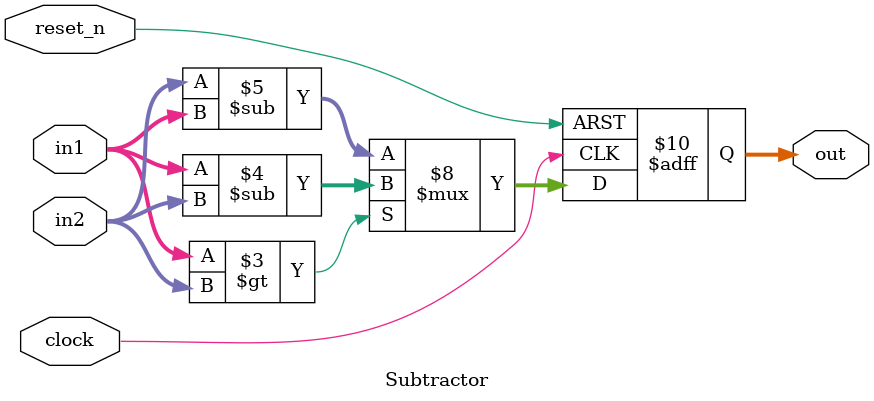
<source format=v>
`timescale 1ns / 1ps
module Subtractor(
	input wire clock,
	input wire reset_n,
	input wire [num_bits-1:0] in1,
	input wire [num_bits-1:0] in2,	
	output reg [num_bits-1:0] out
    );
	
	initial
	begin
		out = 0;
	end
	
	parameter num_bits=8;
	
	always @(posedge clock or negedge reset_n)
	begin: abs_diff
		if(~reset_n)
			out = 0;
		else
		begin
			if (in1>in2)
			begin
				out=in1-in2;
			end
			else
			begin
				out=in2-in1;
			end
		end
	end
	
	
//	reg [num_bits:0] diff;
//	wire diff_neg = diff[num_bits];
//	always @(posedge clock) begin
//		 // compute difference
//		 diff <= {1'b0,in1} - {1'b0,in2};
//		 // take absolute value
//		 out <= ( diff[num_bits-1:0] ^ {num_bits{diff_neg}} ) + {{(num_bits-1){1'b0}},diff_neg};
//	end
	
endmodule

</source>
